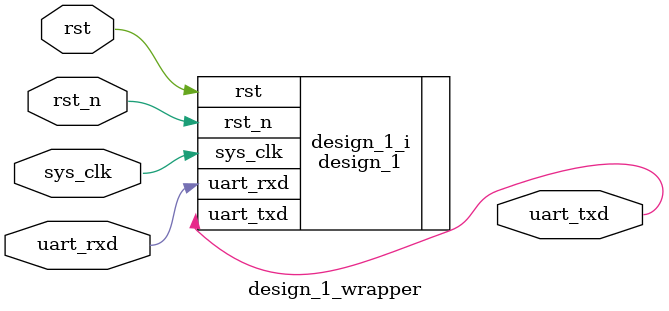
<source format=v>
`timescale 1 ps / 1 ps

module design_1_wrapper
   (rst,
    rst_n,
    sys_clk,
    uart_rxd,
    uart_txd);
  input rst;
  input rst_n;
  input sys_clk;
  input uart_rxd;
  output uart_txd;

  wire rst;
  wire rst_n;
  wire sys_clk;
  wire uart_rxd;
  wire uart_txd;

  design_1 design_1_i
       (.rst(rst),
        .rst_n(rst_n),
        .sys_clk(sys_clk),
        .uart_rxd(uart_rxd),
        .uart_txd(uart_txd));
endmodule

</source>
